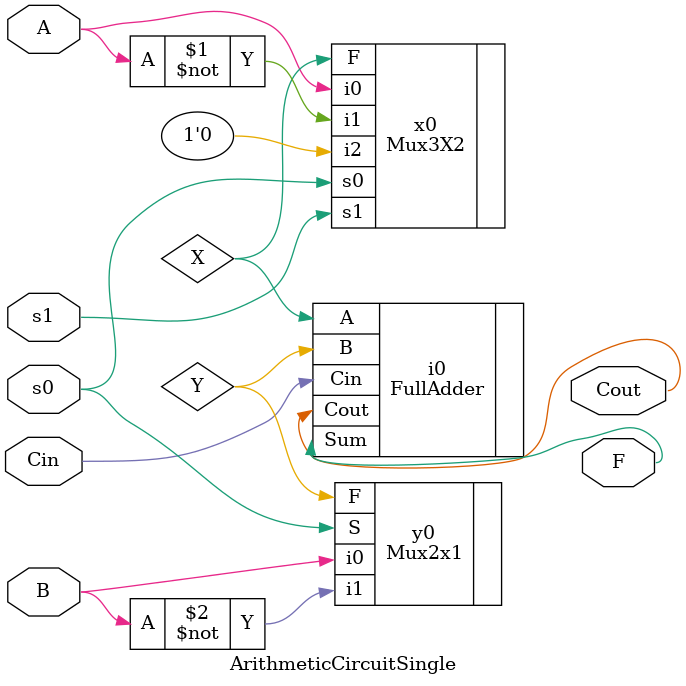
<source format=v>
module ArithmeticCircuitSingle(A, B, Cin, s1, s0, Cout, F);
	input A, B, Cin, s1, s0; 
	output Cout, F;
	
	wire X, Y;
	
	Mux3X2	x0(.i0(A), .i1(~A), .i2(1'b0), .s0(s0), .s1(s1), .F(X));
	Mux2x1	y0(.i0(B), .i1(~B), .S(s0), .F(Y));
	FullAdder	i0(.A(X), .B(Y), .Cin(Cin), .Sum(F), .Cout(Cout));

endmodule

</source>
